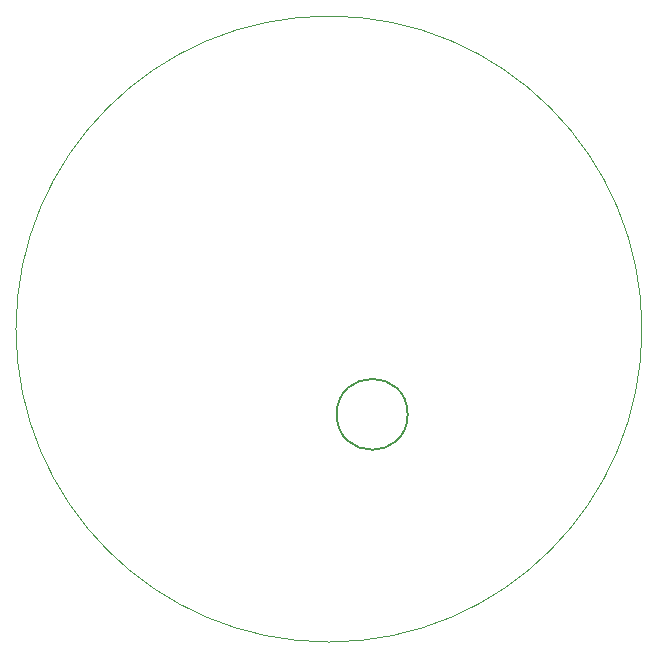
<source format=gbr>
%TF.GenerationSoftware,KiCad,Pcbnew,8.99.0-3406-g49ffbf5b50*%
%TF.CreationDate,2025-01-20T10:30:06+05:30*%
%TF.ProjectId,knob,6b6e6f62-2e6b-4696-9361-645f70636258,rev?*%
%TF.SameCoordinates,Original*%
%TF.FileFunction,Profile,NP*%
%FSLAX46Y46*%
G04 Gerber Fmt 4.6, Leading zero omitted, Abs format (unit mm)*
G04 Created by KiCad (PCBNEW 8.99.0-3406-g49ffbf5b50) date 2025-01-20 10:30:06*
%MOMM*%
%LPD*%
G01*
G04 APERTURE LIST*
%TA.AperFunction,Profile*%
%ADD10C,0.200000*%
%TD*%
%TA.AperFunction,Profile*%
%ADD11C,0.050000*%
%TD*%
G04 APERTURE END LIST*
D10*
X106660000Y-107220000D02*
G75*
G02*
X100660000Y-107220000I-3000000J0D01*
G01*
X100660000Y-107220000D02*
G75*
G02*
X106660000Y-107220000I3000000J0D01*
G01*
D11*
X126500000Y-100000000D02*
G75*
G02*
X73500000Y-100000000I-26500000J0D01*
G01*
X73500000Y-100000000D02*
G75*
G02*
X126500000Y-100000000I26500000J0D01*
G01*
M02*

</source>
